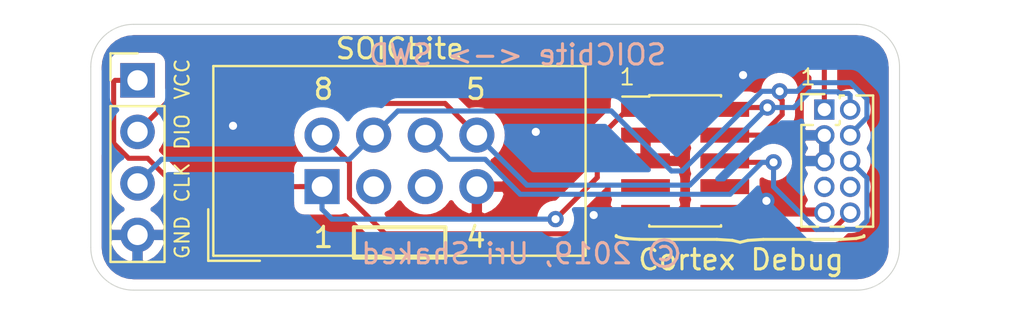
<source format=kicad_pcb>
(kicad_pcb (version 20171130) (host pcbnew "(5.1.4)-1")

  (general
    (thickness 1.6)
    (drawings 27)
    (tracks 94)
    (zones 0)
    (modules 4)
    (nets 13)
  )

  (page A4)
  (layers
    (0 F.Cu signal)
    (31 B.Cu signal)
    (32 B.Adhes user)
    (33 F.Adhes user)
    (34 B.Paste user)
    (35 F.Paste user)
    (36 B.SilkS user)
    (37 F.SilkS user)
    (38 B.Mask user)
    (39 F.Mask user)
    (40 Dwgs.User user)
    (41 Cmts.User user)
    (42 Eco1.User user)
    (43 Eco2.User user)
    (44 Edge.Cuts user)
    (45 Margin user)
    (46 B.CrtYd user)
    (47 F.CrtYd user)
    (48 B.Fab user)
    (49 F.Fab user)
  )

  (setup
    (last_trace_width 0.25)
    (trace_clearance 0.2)
    (zone_clearance 0.508)
    (zone_45_only no)
    (trace_min 0.2)
    (via_size 0.8)
    (via_drill 0.4)
    (via_min_size 0.4)
    (via_min_drill 0.3)
    (uvia_size 0.3)
    (uvia_drill 0.1)
    (uvias_allowed no)
    (uvia_min_size 0.2)
    (uvia_min_drill 0.1)
    (edge_width 0.05)
    (segment_width 0.2)
    (pcb_text_width 0.3)
    (pcb_text_size 1.5 1.5)
    (mod_edge_width 0.12)
    (mod_text_size 1 1)
    (mod_text_width 0.15)
    (pad_size 1.524 1.524)
    (pad_drill 0.762)
    (pad_to_mask_clearance 0.051)
    (solder_mask_min_width 0.25)
    (aux_axis_origin 0 0)
    (visible_elements 7FFFFFFF)
    (pcbplotparams
      (layerselection 0x010fc_ffffffff)
      (usegerberextensions false)
      (usegerberattributes false)
      (usegerberadvancedattributes false)
      (creategerberjobfile false)
      (excludeedgelayer true)
      (linewidth 0.100000)
      (plotframeref false)
      (viasonmask false)
      (mode 1)
      (useauxorigin false)
      (hpglpennumber 1)
      (hpglpenspeed 20)
      (hpglpendiameter 15.000000)
      (psnegative false)
      (psa4output false)
      (plotreference true)
      (plotvalue true)
      (plotinvisibletext false)
      (padsonsilk false)
      (subtractmaskfromsilk false)
      (outputformat 1)
      (mirror false)
      (drillshape 1)
      (scaleselection 1)
      (outputdirectory ""))
  )

  (net 0 "")
  (net 1 /NRST)
  (net 2 GND)
  (net 3 "Net-(J1-Pad8)")
  (net 4 "Net-(J1-Pad7)")
  (net 5 /SWO)
  (net 6 /SWDCLK)
  (net 7 /SWDIO)
  (net 8 VCC)
  (net 9 "Net-(J2-Pad2)")
  (net 10 "Net-(J4-Pad8)")
  (net 11 "Net-(J4-Pad7)")
  (net 12 "Net-(J2-Pad3)")

  (net_class Default "This is the default net class."
    (clearance 0.2)
    (trace_width 0.25)
    (via_dia 0.8)
    (via_drill 0.4)
    (uvia_dia 0.3)
    (uvia_drill 0.1)
    (add_net /NRST)
    (add_net /SWDCLK)
    (add_net /SWDIO)
    (add_net /SWO)
    (add_net GND)
    (add_net "Net-(J1-Pad7)")
    (add_net "Net-(J1-Pad8)")
    (add_net "Net-(J2-Pad2)")
    (add_net "Net-(J2-Pad3)")
    (add_net "Net-(J4-Pad7)")
    (add_net "Net-(J4-Pad8)")
    (add_net VCC)
  )

  (module Connector_IDC:IDC-Header_2x04_P2.54mm_Vertical (layer F.Cu) (tedit 5D907BD4) (tstamp 5D90703B)
    (at 94.68 102.1 90)
    (descr "Through hole straight IDC box header, 2x04, 2.54mm pitch, double rows")
    (tags "Through hole IDC box header THT 2x04 2.54mm double row")
    (path /5D92C59A)
    (fp_text reference J2 (at 1.27 -6.604 90) (layer F.SilkS) hide
      (effects (font (size 1 1) (thickness 0.15)))
    )
    (fp_text value "SOICBite IDC Header" (at 1.27 14.224 90) (layer F.Fab)
      (effects (font (size 1 1) (thickness 0.15)))
    )
    (fp_line (start -3.655 -5.6) (end -1.115 -5.6) (layer F.SilkS) (width 0.12))
    (fp_line (start -3.655 -5.6) (end -3.655 -3.06) (layer F.SilkS) (width 0.12))
    (fp_line (start -3.405 -5.35) (end 5.945 -5.35) (layer F.SilkS) (width 0.12))
    (fp_line (start -3.405 12.97) (end -3.405 -5.35) (layer F.SilkS) (width 0.12))
    (fp_line (start 5.945 12.97) (end -3.405 12.97) (layer F.SilkS) (width 0.12))
    (fp_line (start 5.945 -5.35) (end 5.945 12.97) (layer F.SilkS) (width 0.12))
    (fp_line (start -3.41 -5.35) (end 5.95 -5.35) (layer F.CrtYd) (width 0.05))
    (fp_line (start -3.41 12.97) (end -3.41 -5.35) (layer F.CrtYd) (width 0.05))
    (fp_line (start 5.95 12.97) (end -3.41 12.97) (layer F.CrtYd) (width 0.05))
    (fp_line (start 5.95 -5.35) (end 5.95 12.97) (layer F.CrtYd) (width 0.05))
    (fp_line (start -3.155 12.72) (end -2.605 12.16) (layer F.Fab) (width 0.1))
    (fp_line (start -3.155 -5.1) (end -2.605 -4.56) (layer F.Fab) (width 0.1))
    (fp_line (start 5.695 12.72) (end 5.145 12.16) (layer F.Fab) (width 0.1))
    (fp_line (start 5.695 -5.1) (end 5.145 -4.56) (layer F.Fab) (width 0.1))
    (fp_line (start 5.145 12.16) (end -2.605 12.16) (layer F.Fab) (width 0.1))
    (fp_line (start 5.695 12.72) (end -3.155 12.72) (layer F.Fab) (width 0.1))
    (fp_line (start 5.145 -4.56) (end -2.605 -4.56) (layer F.Fab) (width 0.1))
    (fp_line (start 5.695 -5.1) (end -3.155 -5.1) (layer F.Fab) (width 0.1))
    (fp_line (start -2.605 6.06) (end -3.155 6.06) (layer F.Fab) (width 0.1))
    (fp_line (start -2.605 1.56) (end -3.155 1.56) (layer F.Fab) (width 0.1))
    (fp_line (start -2.605 6.06) (end -2.605 12.16) (layer F.Fab) (width 0.1))
    (fp_line (start -2.605 -4.56) (end -2.605 1.56) (layer F.Fab) (width 0.1))
    (fp_line (start -3.155 -5.1) (end -3.155 12.72) (layer F.Fab) (width 0.1))
    (fp_line (start 5.145 -4.56) (end 5.145 12.16) (layer F.Fab) (width 0.1))
    (fp_line (start 5.695 -5.1) (end 5.695 12.72) (layer F.Fab) (width 0.1))
    (fp_text user %R (at 1.27 3.81 90) (layer F.Fab)
      (effects (font (size 1 1) (thickness 0.15)))
    )
    (pad 5 thru_hole oval (at 2.54 7.62 90) (size 1.7272 1.7272) (drill 1.016) (layers *.Cu *.Mask)
      (net 7 /SWDIO))
    (pad 4 thru_hole oval (at 0 7.62 90) (size 1.7272 1.7272) (drill 1.016) (layers *.Cu *.Mask)
      (net 2 GND))
    (pad 6 thru_hole oval (at 2.54 5.08 90) (size 1.7272 1.7272) (drill 1.016) (layers *.Cu *.Mask)
      (net 5 /SWO))
    (pad 3 thru_hole oval (at 0 5.08 90) (size 1.7272 1.7272) (drill 1.016) (layers *.Cu *.Mask)
      (net 12 "Net-(J2-Pad3)"))
    (pad 7 thru_hole oval (at 2.54 2.54 90) (size 1.7272 1.7272) (drill 1.016) (layers *.Cu *.Mask)
      (net 6 /SWDCLK))
    (pad 2 thru_hole oval (at 0 2.54 90) (size 1.7272 1.7272) (drill 1.016) (layers *.Cu *.Mask)
      (net 9 "Net-(J2-Pad2)"))
    (pad 8 thru_hole oval (at 2.54 0 90) (size 1.7272 1.7272) (drill 1.016) (layers *.Cu *.Mask)
      (net 1 /NRST))
    (pad 1 thru_hole rect (at 0 0 90) (size 1.7272 1.7272) (drill 1.016) (layers *.Cu *.Mask)
      (net 8 VCC))
    (model ${KISYS3DMOD}/Connector_IDC.3dshapes/IDC-Header_2x04_P2.54mm_Vertical.wrl
      (at (xyz 0 0 0))
      (scale (xyz 1 1 1))
      (rotate (xyz 0 0 0))
    )
  )

  (module Connector_PinHeader_1.27mm:PinHeader_2x05_P1.27mm_Vertical (layer F.Cu) (tedit 59FED6E3) (tstamp 5D903E84)
    (at 119.4 98.3)
    (descr "Through hole straight pin header, 2x05, 1.27mm pitch, double rows")
    (tags "Through hole pin header THT 2x05 1.27mm double row")
    (path /5D91E136)
    (fp_text reference J4 (at 0.635 -1.695) (layer F.SilkS) hide
      (effects (font (size 1 1) (thickness 0.15)))
    )
    (fp_text value Conn_ARM_JTAG_SWD_10 (at 0.635 6.775) (layer F.Fab)
      (effects (font (size 1 1) (thickness 0.15)))
    )
    (fp_text user %R (at 0.635 2.54 90) (layer F.Fab)
      (effects (font (size 1 1) (thickness 0.15)))
    )
    (fp_line (start 2.85 -1.15) (end -1.6 -1.15) (layer F.CrtYd) (width 0.05))
    (fp_line (start 2.85 6.25) (end 2.85 -1.15) (layer F.CrtYd) (width 0.05))
    (fp_line (start -1.6 6.25) (end 2.85 6.25) (layer F.CrtYd) (width 0.05))
    (fp_line (start -1.6 -1.15) (end -1.6 6.25) (layer F.CrtYd) (width 0.05))
    (fp_line (start -1.13 -0.76) (end 0 -0.76) (layer F.SilkS) (width 0.12))
    (fp_line (start -1.13 0) (end -1.13 -0.76) (layer F.SilkS) (width 0.12))
    (fp_line (start 1.57753 -0.695) (end 2.4 -0.695) (layer F.SilkS) (width 0.12))
    (fp_line (start 0.76 -0.695) (end 0.96247 -0.695) (layer F.SilkS) (width 0.12))
    (fp_line (start 0.76 -0.563471) (end 0.76 -0.695) (layer F.SilkS) (width 0.12))
    (fp_line (start 0.76 0.706529) (end 0.76 0.563471) (layer F.SilkS) (width 0.12))
    (fp_line (start 0.563471 0.76) (end 0.706529 0.76) (layer F.SilkS) (width 0.12))
    (fp_line (start -1.13 0.76) (end -0.563471 0.76) (layer F.SilkS) (width 0.12))
    (fp_line (start 2.4 -0.695) (end 2.4 5.775) (layer F.SilkS) (width 0.12))
    (fp_line (start -1.13 0.76) (end -1.13 5.775) (layer F.SilkS) (width 0.12))
    (fp_line (start 0.30753 5.775) (end 0.96247 5.775) (layer F.SilkS) (width 0.12))
    (fp_line (start 1.57753 5.775) (end 2.4 5.775) (layer F.SilkS) (width 0.12))
    (fp_line (start -1.13 5.775) (end -0.30753 5.775) (layer F.SilkS) (width 0.12))
    (fp_line (start -1.07 0.2175) (end -0.2175 -0.635) (layer F.Fab) (width 0.1))
    (fp_line (start -1.07 5.715) (end -1.07 0.2175) (layer F.Fab) (width 0.1))
    (fp_line (start 2.34 5.715) (end -1.07 5.715) (layer F.Fab) (width 0.1))
    (fp_line (start 2.34 -0.635) (end 2.34 5.715) (layer F.Fab) (width 0.1))
    (fp_line (start -0.2175 -0.635) (end 2.34 -0.635) (layer F.Fab) (width 0.1))
    (pad 10 thru_hole oval (at 1.27 5.08) (size 1 1) (drill 0.65) (layers *.Cu *.Mask)
      (net 1 /NRST))
    (pad 9 thru_hole oval (at 0 5.08) (size 1 1) (drill 0.65) (layers *.Cu *.Mask)
      (net 2 GND))
    (pad 8 thru_hole oval (at 1.27 3.81) (size 1 1) (drill 0.65) (layers *.Cu *.Mask)
      (net 10 "Net-(J4-Pad8)"))
    (pad 7 thru_hole oval (at 0 3.81) (size 1 1) (drill 0.65) (layers *.Cu *.Mask)
      (net 11 "Net-(J4-Pad7)"))
    (pad 6 thru_hole oval (at 1.27 2.54) (size 1 1) (drill 0.65) (layers *.Cu *.Mask)
      (net 5 /SWO))
    (pad 5 thru_hole oval (at 0 2.54) (size 1 1) (drill 0.65) (layers *.Cu *.Mask)
      (net 2 GND))
    (pad 4 thru_hole oval (at 1.27 1.27) (size 1 1) (drill 0.65) (layers *.Cu *.Mask)
      (net 6 /SWDCLK))
    (pad 3 thru_hole oval (at 0 1.27) (size 1 1) (drill 0.65) (layers *.Cu *.Mask)
      (net 2 GND))
    (pad 2 thru_hole oval (at 1.27 0) (size 1 1) (drill 0.65) (layers *.Cu *.Mask)
      (net 7 /SWDIO))
    (pad 1 thru_hole rect (at 0 0) (size 1 1) (drill 0.65) (layers *.Cu *.Mask)
      (net 8 VCC))
    (model ${KISYS3DMOD}/Connector_PinHeader_1.27mm.3dshapes/PinHeader_2x05_P1.27mm_Vertical.wrl
      (at (xyz 0 0 0))
      (scale (xyz 1 1 1))
      (rotate (xyz 0 0 0))
    )
  )

  (module Connector_PinHeader_2.54mm:PinHeader_1x04_P2.54mm_Vertical (layer F.Cu) (tedit 59FED5CC) (tstamp 5D903507)
    (at 85.6 96.86)
    (descr "Through hole straight pin header, 1x04, 2.54mm pitch, single row")
    (tags "Through hole pin header THT 1x04 2.54mm single row")
    (path /5D908E14)
    (fp_text reference J3 (at 0 -2.33) (layer F.SilkS) hide
      (effects (font (size 1 1) (thickness 0.15)))
    )
    (fp_text value Conn_01x04_Male (at 0 9.95) (layer F.Fab)
      (effects (font (size 1 1) (thickness 0.15)))
    )
    (fp_text user %R (at 0 3.81 90) (layer F.Fab)
      (effects (font (size 1 1) (thickness 0.15)))
    )
    (fp_line (start 1.8 -1.8) (end -1.8 -1.8) (layer F.CrtYd) (width 0.05))
    (fp_line (start 1.8 9.4) (end 1.8 -1.8) (layer F.CrtYd) (width 0.05))
    (fp_line (start -1.8 9.4) (end 1.8 9.4) (layer F.CrtYd) (width 0.05))
    (fp_line (start -1.8 -1.8) (end -1.8 9.4) (layer F.CrtYd) (width 0.05))
    (fp_line (start -1.33 -1.33) (end 0 -1.33) (layer F.SilkS) (width 0.12))
    (fp_line (start -1.33 0) (end -1.33 -1.33) (layer F.SilkS) (width 0.12))
    (fp_line (start -1.33 1.27) (end 1.33 1.27) (layer F.SilkS) (width 0.12))
    (fp_line (start 1.33 1.27) (end 1.33 8.95) (layer F.SilkS) (width 0.12))
    (fp_line (start -1.33 1.27) (end -1.33 8.95) (layer F.SilkS) (width 0.12))
    (fp_line (start -1.33 8.95) (end 1.33 8.95) (layer F.SilkS) (width 0.12))
    (fp_line (start -1.27 -0.635) (end -0.635 -1.27) (layer F.Fab) (width 0.1))
    (fp_line (start -1.27 8.89) (end -1.27 -0.635) (layer F.Fab) (width 0.1))
    (fp_line (start 1.27 8.89) (end -1.27 8.89) (layer F.Fab) (width 0.1))
    (fp_line (start 1.27 -1.27) (end 1.27 8.89) (layer F.Fab) (width 0.1))
    (fp_line (start -0.635 -1.27) (end 1.27 -1.27) (layer F.Fab) (width 0.1))
    (pad 4 thru_hole oval (at 0 7.62) (size 1.7 1.7) (drill 1) (layers *.Cu *.Mask)
      (net 2 GND))
    (pad 3 thru_hole oval (at 0 5.08) (size 1.7 1.7) (drill 1) (layers *.Cu *.Mask)
      (net 6 /SWDCLK))
    (pad 2 thru_hole oval (at 0 2.54) (size 1.7 1.7) (drill 1) (layers *.Cu *.Mask)
      (net 7 /SWDIO))
    (pad 1 thru_hole rect (at 0 0) (size 1.7 1.7) (drill 1) (layers *.Cu *.Mask)
      (net 8 VCC))
    (model ${KISYS3DMOD}/Connector_PinHeader_2.54mm.3dshapes/PinHeader_1x04_P2.54mm_Vertical.wrl
      (at (xyz 0 0 0))
      (scale (xyz 1 1 1))
      (rotate (xyz 0 0 0))
    )
  )

  (module Connector_PinHeader_1.27mm:PinHeader_2x05_P1.27mm_Vertical_SMD (layer F.Cu) (tedit 59FED6E3) (tstamp 5D903478)
    (at 112.55 100.83)
    (descr "surface-mounted straight pin header, 2x05, 1.27mm pitch, double rows")
    (tags "Surface mounted pin header SMD 2x05 1.27mm double row")
    (path /5D90377C)
    (attr smd)
    (fp_text reference J1 (at 0 -4.235) (layer F.SilkS) hide
      (effects (font (size 1 1) (thickness 0.15)))
    )
    (fp_text value Conn_ARM_JTAG_SWD_10 (at 0 4.235) (layer F.Fab)
      (effects (font (size 1 1) (thickness 0.15)))
    )
    (fp_text user %R (at 0 0 90) (layer F.Fab)
      (effects (font (size 1 1) (thickness 0.15)))
    )
    (fp_line (start 4.3 -3.7) (end -4.3 -3.7) (layer F.CrtYd) (width 0.05))
    (fp_line (start 4.3 3.7) (end 4.3 -3.7) (layer F.CrtYd) (width 0.05))
    (fp_line (start -4.3 3.7) (end 4.3 3.7) (layer F.CrtYd) (width 0.05))
    (fp_line (start -4.3 -3.7) (end -4.3 3.7) (layer F.CrtYd) (width 0.05))
    (fp_line (start 1.765 3.17) (end 1.765 3.235) (layer F.SilkS) (width 0.12))
    (fp_line (start -1.765 3.17) (end -1.765 3.235) (layer F.SilkS) (width 0.12))
    (fp_line (start 1.765 -3.235) (end 1.765 -3.17) (layer F.SilkS) (width 0.12))
    (fp_line (start -1.765 -3.235) (end -1.765 -3.17) (layer F.SilkS) (width 0.12))
    (fp_line (start -3.09 -3.17) (end -1.765 -3.17) (layer F.SilkS) (width 0.12))
    (fp_line (start -1.765 3.235) (end 1.765 3.235) (layer F.SilkS) (width 0.12))
    (fp_line (start -1.765 -3.235) (end 1.765 -3.235) (layer F.SilkS) (width 0.12))
    (fp_line (start 2.75 2.74) (end 1.705 2.74) (layer F.Fab) (width 0.1))
    (fp_line (start 2.75 2.34) (end 2.75 2.74) (layer F.Fab) (width 0.1))
    (fp_line (start 1.705 2.34) (end 2.75 2.34) (layer F.Fab) (width 0.1))
    (fp_line (start -2.75 2.74) (end -1.705 2.74) (layer F.Fab) (width 0.1))
    (fp_line (start -2.75 2.34) (end -2.75 2.74) (layer F.Fab) (width 0.1))
    (fp_line (start -1.705 2.34) (end -2.75 2.34) (layer F.Fab) (width 0.1))
    (fp_line (start 2.75 1.47) (end 1.705 1.47) (layer F.Fab) (width 0.1))
    (fp_line (start 2.75 1.07) (end 2.75 1.47) (layer F.Fab) (width 0.1))
    (fp_line (start 1.705 1.07) (end 2.75 1.07) (layer F.Fab) (width 0.1))
    (fp_line (start -2.75 1.47) (end -1.705 1.47) (layer F.Fab) (width 0.1))
    (fp_line (start -2.75 1.07) (end -2.75 1.47) (layer F.Fab) (width 0.1))
    (fp_line (start -1.705 1.07) (end -2.75 1.07) (layer F.Fab) (width 0.1))
    (fp_line (start 2.75 0.2) (end 1.705 0.2) (layer F.Fab) (width 0.1))
    (fp_line (start 2.75 -0.2) (end 2.75 0.2) (layer F.Fab) (width 0.1))
    (fp_line (start 1.705 -0.2) (end 2.75 -0.2) (layer F.Fab) (width 0.1))
    (fp_line (start -2.75 0.2) (end -1.705 0.2) (layer F.Fab) (width 0.1))
    (fp_line (start -2.75 -0.2) (end -2.75 0.2) (layer F.Fab) (width 0.1))
    (fp_line (start -1.705 -0.2) (end -2.75 -0.2) (layer F.Fab) (width 0.1))
    (fp_line (start 2.75 -1.07) (end 1.705 -1.07) (layer F.Fab) (width 0.1))
    (fp_line (start 2.75 -1.47) (end 2.75 -1.07) (layer F.Fab) (width 0.1))
    (fp_line (start 1.705 -1.47) (end 2.75 -1.47) (layer F.Fab) (width 0.1))
    (fp_line (start -2.75 -1.07) (end -1.705 -1.07) (layer F.Fab) (width 0.1))
    (fp_line (start -2.75 -1.47) (end -2.75 -1.07) (layer F.Fab) (width 0.1))
    (fp_line (start -1.705 -1.47) (end -2.75 -1.47) (layer F.Fab) (width 0.1))
    (fp_line (start 2.75 -2.34) (end 1.705 -2.34) (layer F.Fab) (width 0.1))
    (fp_line (start 2.75 -2.74) (end 2.75 -2.34) (layer F.Fab) (width 0.1))
    (fp_line (start 1.705 -2.74) (end 2.75 -2.74) (layer F.Fab) (width 0.1))
    (fp_line (start -2.75 -2.34) (end -1.705 -2.34) (layer F.Fab) (width 0.1))
    (fp_line (start -2.75 -2.74) (end -2.75 -2.34) (layer F.Fab) (width 0.1))
    (fp_line (start -1.705 -2.74) (end -2.75 -2.74) (layer F.Fab) (width 0.1))
    (fp_line (start 1.705 -3.175) (end 1.705 3.175) (layer F.Fab) (width 0.1))
    (fp_line (start -1.705 -2.74) (end -1.27 -3.175) (layer F.Fab) (width 0.1))
    (fp_line (start -1.705 3.175) (end -1.705 -2.74) (layer F.Fab) (width 0.1))
    (fp_line (start -1.27 -3.175) (end 1.705 -3.175) (layer F.Fab) (width 0.1))
    (fp_line (start 1.705 3.175) (end -1.705 3.175) (layer F.Fab) (width 0.1))
    (pad 10 smd rect (at 1.95 2.54) (size 2.4 0.74) (layers F.Cu F.Paste F.Mask)
      (net 1 /NRST))
    (pad 9 smd rect (at -1.95 2.54) (size 2.4 0.74) (layers F.Cu F.Paste F.Mask)
      (net 2 GND))
    (pad 8 smd rect (at 1.95 1.27) (size 2.4 0.74) (layers F.Cu F.Paste F.Mask)
      (net 3 "Net-(J1-Pad8)"))
    (pad 7 smd rect (at -1.95 1.27) (size 2.4 0.74) (layers F.Cu F.Paste F.Mask)
      (net 4 "Net-(J1-Pad7)"))
    (pad 6 smd rect (at 1.95 0) (size 2.4 0.74) (layers F.Cu F.Paste F.Mask)
      (net 5 /SWO))
    (pad 5 smd rect (at -1.95 0) (size 2.4 0.74) (layers F.Cu F.Paste F.Mask)
      (net 2 GND))
    (pad 4 smd rect (at 1.95 -1.27) (size 2.4 0.74) (layers F.Cu F.Paste F.Mask)
      (net 6 /SWDCLK))
    (pad 3 smd rect (at -1.95 -1.27) (size 2.4 0.74) (layers F.Cu F.Paste F.Mask)
      (net 2 GND))
    (pad 2 smd rect (at 1.95 -2.54) (size 2.4 0.74) (layers F.Cu F.Paste F.Mask)
      (net 7 /SWDIO))
    (pad 1 smd rect (at -1.95 -2.54) (size 2.4 0.74) (layers F.Cu F.Paste F.Mask)
      (net 8 VCC))
    (model ${KISYS3DMOD}/Connector_PinHeader_1.27mm.3dshapes/PinHeader_2x05_P1.27mm_Vertical_SMD.wrl
      (at (xyz 0 0 0))
      (scale (xyz 1 1 1))
      (rotate (xyz 0 0 0))
    )
  )

  (gr_text SOICbite (at 98.5 95.3) (layer F.SilkS) (tstamp 5D907F53)
    (effects (font (size 1 1) (thickness 0.15)))
  )
  (gr_text 5 (at 102.25 97.3) (layer F.SilkS) (tstamp 5D907E15)
    (effects (font (size 1 1) (thickness 0.15)))
  )
  (gr_text 8 (at 94.75 97.3) (layer F.SilkS) (tstamp 5D907DC1)
    (effects (font (size 1 1) (thickness 0.15)))
  )
  (gr_line (start 100.75 105.6) (end 100.75 104.1) (layer F.SilkS) (width 0.2) (tstamp 5D907937))
  (gr_line (start 96.25 105.6) (end 100.75 105.6) (layer F.SilkS) (width 0.2) (tstamp 5D90786E))
  (gr_line (start 96.25 105.6) (end 96.25 104.1) (layer F.SilkS) (width 0.2))
  (gr_line (start 96.25 104.1) (end 100.75 104.1) (layer F.SilkS) (width 0.2))
  (gr_text GND (at 87.8 104.6 90) (layer F.SilkS) (tstamp 5D90754B)
    (effects (font (size 0.7 0.7) (thickness 0.1)))
  )
  (gr_text CLK (at 87.8 101.9 90) (layer F.SilkS) (tstamp 5D907548)
    (effects (font (size 0.7 0.7) (thickness 0.1)))
  )
  (gr_text 4 (at 102.25 104.6) (layer F.SilkS) (tstamp 5D907540)
    (effects (font (size 1 1) (thickness 0.15)))
  )
  (gr_text } (at 115.9 104.7 270) (layer F.SilkS)
    (effects (font (size 8 1) (thickness 0.15)))
  )
  (gr_arc (start 85.4 105.1) (end 83.3 105.1) (angle -90) (layer Edge.Cuts) (width 0.05) (tstamp 5D906B60))
  (gr_text 1 (at 118.6 96.7) (layer F.SilkS) (tstamp 5D906A43)
    (effects (font (size 0.8 0.8) (thickness 0.1)))
  )
  (gr_text 1 (at 109.7 96.7) (layer F.SilkS)
    (effects (font (size 0.8 0.8) (thickness 0.1)))
  )
  (gr_text 1 (at 94.75 104.6) (layer F.SilkS) (tstamp 5D90803F)
    (effects (font (size 1 1) (thickness 0.15)))
  )
  (gr_text "Cortex Debug" (at 115.3 105.7) (layer F.SilkS)
    (effects (font (size 1 1) (thickness 0.15)))
  )
  (gr_text "© 2019, Uri Shaked" (at 104.5 105.4) (layer B.SilkS) (tstamp 5D907EB4)
    (effects (font (size 1 1) (thickness 0.15)) (justify mirror))
  )
  (gr_text "SOICbite <-> SWD" (at 104.3 95.6) (layer B.SilkS) (tstamp 5D903C50)
    (effects (font (size 1 1) (thickness 0.15)) (justify mirror))
  )
  (gr_line (start 123.1 96.2) (end 123.1 105.1) (layer Edge.Cuts) (width 0.05) (tstamp 5D9039B1))
  (gr_arc (start 121 105.1) (end 121 107.2) (angle -90) (layer Edge.Cuts) (width 0.05) (tstamp 5D9039A7))
  (gr_arc (start 121 96.2) (end 123.1 96.2) (angle -90) (layer Edge.Cuts) (width 0.05) (tstamp 5D9039A2))
  (gr_line (start 83.3 96.2) (end 83.3 105.1) (layer Edge.Cuts) (width 0.05))
  (gr_line (start 85.4 107.2) (end 121 107.2) (layer Edge.Cuts) (width 0.05) (tstamp 5D903990))
  (gr_arc (start 85.4 96.2) (end 85.4 94.1) (angle -90) (layer Edge.Cuts) (width 0.05))
  (gr_line (start 85.4 94.1) (end 121 94.1) (layer Edge.Cuts) (width 0.05) (tstamp 5D903AC5))
  (gr_text DIO (at 87.8 99.4 90) (layer F.SilkS) (tstamp 5D903652)
    (effects (font (size 0.7 0.7) (thickness 0.1)))
  )
  (gr_text VCC (at 87.8 96.8 90) (layer F.SilkS)
    (effects (font (size 0.7 0.7) (thickness 0.1)))
  )

  (segment (start 119.844999 104.205001) (end 120.67 103.38) (width 0.25) (layer F.Cu) (net 1) (status 20))
  (segment (start 116.785001 104.205001) (end 119.844999 104.205001) (width 0.25) (layer F.Cu) (net 1))
  (segment (start 115.95 103.37) (end 116.785001 104.205001) (width 0.25) (layer F.Cu) (net 1))
  (segment (start 114.5 103.37) (end 115.95 103.37) (width 0.25) (layer F.Cu) (net 1) (status 10))
  (segment (start 114.5 103.37) (end 113.67 103.37) (width 0.25) (layer F.Cu) (net 1) (status 30))
  (segment (start 94.68 99.56) (end 96.031399 100.911399) (width 0.25) (layer F.Cu) (net 1) (status 10))
  (segment (start 96.031399 102.670529) (end 96.031399 100.911399) (width 0.25) (layer F.Cu) (net 1))
  (segment (start 97.785871 104.425001) (end 96.031399 102.670529) (width 0.25) (layer F.Cu) (net 1))
  (segment (start 114.064999 104.425001) (end 97.785871 104.425001) (width 0.25) (layer F.Cu) (net 1))
  (segment (start 114.5 103.99) (end 114.064999 104.425001) (width 0.25) (layer F.Cu) (net 1))
  (segment (start 114.5 103.37) (end 114.5 103.99) (width 0.25) (layer F.Cu) (net 1))
  (segment (start 112.05 103.37) (end 112.125001 103.294999) (width 0.25) (layer F.Cu) (net 2))
  (segment (start 110.6 103.37) (end 112.05 103.37) (width 0.25) (layer F.Cu) (net 2) (status 10))
  (via (at 115.4 96.6) (size 0.8) (drill 0.4) (layers F.Cu B.Cu) (net 2))
  (via (at 105.2 99.4) (size 0.8) (drill 0.4) (layers F.Cu B.Cu) (net 2))
  (via (at 90.3 99.1) (size 0.8) (drill 0.4) (layers F.Cu B.Cu) (net 2))
  (via (at 116.55 102.8) (size 0.8) (drill 0.4) (layers F.Cu B.Cu) (net 2))
  (via (at 108.05 103.5) (size 0.8) (drill 0.4) (layers F.Cu B.Cu) (net 2))
  (segment (start 119.003999 104.205001) (end 116.9 102.101002) (width 0.25) (layer B.Cu) (net 5))
  (segment (start 121.066001 104.205001) (end 119.003999 104.205001) (width 0.25) (layer B.Cu) (net 5))
  (segment (start 121.495001 103.776001) (end 121.066001 104.205001) (width 0.25) (layer B.Cu) (net 5))
  (segment (start 120.67 100.84) (end 121.495001 101.665001) (width 0.25) (layer B.Cu) (net 5) (status 10))
  (segment (start 121.495001 101.665001) (end 121.495001 103.776001) (width 0.25) (layer B.Cu) (net 5))
  (via (at 116.9 100.9) (size 0.8) (drill 0.4) (layers F.Cu B.Cu) (net 5))
  (segment (start 116.9 102.101002) (end 116.9 100.9) (width 0.25) (layer B.Cu) (net 5))
  (segment (start 114.57 100.9) (end 114.5 100.83) (width 0.25) (layer F.Cu) (net 5) (status 30))
  (segment (start 116.9 100.9) (end 114.57 100.9) (width 0.25) (layer F.Cu) (net 5) (status 20))
  (segment (start 100.948601 100.748601) (end 99.76 99.56) (width 0.25) (layer B.Cu) (net 5) (status 20))
  (segment (start 102.707731 100.748601) (end 100.948601 100.748601) (width 0.25) (layer B.Cu) (net 5))
  (segment (start 104.434141 102.475011) (end 102.707731 100.748601) (width 0.25) (layer B.Cu) (net 5))
  (segment (start 114.759304 102.475011) (end 104.434141 102.475011) (width 0.25) (layer B.Cu) (net 5))
  (segment (start 116.334315 100.9) (end 114.759304 102.475011) (width 0.25) (layer B.Cu) (net 5))
  (segment (start 116.9 100.9) (end 116.334315 100.9) (width 0.25) (layer B.Cu) (net 5))
  (via (at 117.2 97.4) (size 0.8) (drill 0.4) (layers F.Cu B.Cu) (net 6))
  (segment (start 116.313002 99.56) (end 114.5 99.56) (width 0.25) (layer F.Cu) (net 6) (status 20))
  (segment (start 117.325001 98.548001) (end 116.313002 99.56) (width 0.25) (layer F.Cu) (net 6))
  (segment (start 117.325001 97.851999) (end 117.325001 98.548001) (width 0.25) (layer F.Cu) (net 6))
  (segment (start 117.1 97.626998) (end 117.325001 97.851999) (width 0.25) (layer F.Cu) (net 6))
  (segment (start 121.495001 97.781485) (end 120.688507 96.974991) (width 0.25) (layer B.Cu) (net 6))
  (segment (start 121.495001 98.696001) (end 121.495001 97.781485) (width 0.25) (layer B.Cu) (net 6))
  (segment (start 120.67 99.521002) (end 121.495001 98.696001) (width 0.25) (layer B.Cu) (net 6) (status 10))
  (segment (start 120.67 99.57) (end 120.67 99.521002) (width 0.25) (layer B.Cu) (net 6) (status 30))
  (segment (start 118.06359 97.4) (end 117.2 97.4) (width 0.25) (layer B.Cu) (net 6))
  (segment (start 118.488599 96.974991) (end 118.06359 97.4) (width 0.25) (layer B.Cu) (net 6))
  (segment (start 120.688507 96.974991) (end 118.488599 96.974991) (width 0.25) (layer B.Cu) (net 6))
  (segment (start 116.326998 97.4) (end 112.4 101.326998) (width 0.25) (layer B.Cu) (net 6))
  (segment (start 117.2 97.4) (end 116.326998 97.4) (width 0.25) (layer B.Cu) (net 6))
  (segment (start 98.408601 98.371399) (end 97.22 99.56) (width 0.25) (layer B.Cu) (net 6) (status 20))
  (segment (start 108.917403 98.371399) (end 98.408601 98.371399) (width 0.25) (layer B.Cu) (net 6))
  (segment (start 111.873002 101.326998) (end 108.917403 98.371399) (width 0.25) (layer B.Cu) (net 6))
  (segment (start 112.4 101.326998) (end 111.873002 101.326998) (width 0.25) (layer B.Cu) (net 6))
  (segment (start 86.791399 100.748601) (end 85.6 101.94) (width 0.25) (layer B.Cu) (net 6) (status 20))
  (segment (start 96.031399 100.748601) (end 86.791399 100.748601) (width 0.25) (layer B.Cu) (net 6))
  (segment (start 97.22 99.56) (end 96.031399 100.748601) (width 0.25) (layer B.Cu) (net 6) (status 10))
  (segment (start 120.67 98.3) (end 120.67 97.592894) (width 0.25) (layer B.Cu) (net 7) (status 10))
  (via (at 116.6 98.2) (size 0.8) (drill 0.4) (layers F.Cu B.Cu) (net 7))
  (segment (start 116.8 98.2) (end 116.6 98.2) (width 0.25) (layer B.Cu) (net 7))
  (segment (start 114.59 98.2) (end 114.5 98.29) (width 0.25) (layer F.Cu) (net 7) (status 30))
  (segment (start 116.6 98.2) (end 114.59 98.2) (width 0.25) (layer F.Cu) (net 7) (status 20))
  (segment (start 120.052105 97.425001) (end 118.674999 97.425001) (width 0.25) (layer B.Cu) (net 7))
  (segment (start 117.9 98.2) (end 116.6 98.2) (width 0.25) (layer B.Cu) (net 7))
  (segment (start 118.674999 97.425001) (end 117.9 98.2) (width 0.25) (layer B.Cu) (net 7))
  (segment (start 120.67 97.592894) (end 120.577106 97.5) (width 0.25) (layer B.Cu) (net 7))
  (segment (start 120.127104 97.5) (end 120.052105 97.425001) (width 0.25) (layer B.Cu) (net 7))
  (segment (start 120.577106 97.5) (end 120.127104 97.5) (width 0.25) (layer B.Cu) (net 7))
  (segment (start 112.774999 102.025001) (end 116.6 98.2) (width 0.25) (layer B.Cu) (net 7))
  (segment (start 104.765001 102.025001) (end 112.774999 102.025001) (width 0.25) (layer B.Cu) (net 7))
  (segment (start 102.3 99.56) (end 104.765001 102.025001) (width 0.25) (layer B.Cu) (net 7) (status 10))
  (segment (start 86.449999 98.550001) (end 85.6 99.4) (width 0.25) (layer F.Cu) (net 7))
  (segment (start 87 98) (end 86.449999 98.550001) (width 0.25) (layer F.Cu) (net 7))
  (segment (start 100.74 98) (end 87 98) (width 0.25) (layer F.Cu) (net 7))
  (segment (start 102.3 99.56) (end 100.74 98) (width 0.25) (layer F.Cu) (net 7))
  (segment (start 119.4 98.3) (end 119.4 96.101998) (width 0.25) (layer F.Cu) (net 8) (status 10))
  (segment (start 112.05 98.29) (end 110.6 98.29) (width 0.25) (layer F.Cu) (net 8) (status 20))
  (segment (start 114.765001 95.574999) (end 112.05 98.29) (width 0.25) (layer F.Cu) (net 8))
  (segment (start 118.548001 95.574999) (end 114.765001 95.574999) (width 0.25) (layer F.Cu) (net 8))
  (segment (start 119.075 96.101998) (end 118.548001 95.574999) (width 0.25) (layer F.Cu) (net 8))
  (segment (start 119.4 96.101998) (end 119.075 96.101998) (width 0.25) (layer F.Cu) (net 8))
  (segment (start 93.5664 102.1) (end 94.68 102.1) (width 0.25) (layer F.Cu) (net 8) (status 20))
  (segment (start 84.5 96.86) (end 85.6 96.86) (width 0.25) (layer F.Cu) (net 8))
  (segment (start 84.424999 96.935001) (end 84.5 96.86) (width 0.25) (layer F.Cu) (net 8))
  (segment (start 84.424999 99.964001) (end 84.424999 96.935001) (width 0.25) (layer F.Cu) (net 8))
  (segment (start 85.160998 100.7) (end 84.424999 99.964001) (width 0.25) (layer F.Cu) (net 8))
  (segment (start 86.099002 100.7) (end 85.160998 100.7) (width 0.25) (layer F.Cu) (net 8))
  (segment (start 87.499002 102.1) (end 86.099002 100.7) (width 0.25) (layer F.Cu) (net 8))
  (segment (start 94.68 102.1) (end 87.499002 102.1) (width 0.25) (layer F.Cu) (net 8))
  (segment (start 108.225001 101.648001) (end 106.173002 103.7) (width 0.25) (layer F.Cu) (net 8))
  (segment (start 108.225001 99.779997) (end 108.225001 101.648001) (width 0.25) (layer F.Cu) (net 8))
  (segment (start 110.6 98.29) (end 109.714998 98.29) (width 0.25) (layer F.Cu) (net 8))
  (segment (start 109.714998 98.29) (end 108.225001 99.779997) (width 0.25) (layer F.Cu) (net 8))
  (via (at 106.173002 103.7) (size 0.8) (drill 0.4) (layers F.Cu B.Cu) (net 8))
  (segment (start 94.68 103.2136) (end 94.68 102.1) (width 0.25) (layer B.Cu) (net 8))
  (segment (start 95.1664 103.7) (end 94.68 103.2136) (width 0.25) (layer B.Cu) (net 8))
  (segment (start 106.173002 103.7) (end 95.1664 103.7) (width 0.25) (layer B.Cu) (net 8))

  (zone (net 2) (net_name GND) (layer F.Cu) (tstamp 0) (hatch edge 0.508)
    (connect_pads (clearance 0.508))
    (min_thickness 0.254)
    (fill yes (arc_segments 32) (thermal_gap 0.508) (thermal_bridge_width 0.508))
    (polygon
      (pts
        (xy 82.7 93.2) (xy 124 93.3) (xy 123.8 108.6) (xy 82.8 108.1)
      )
    )
    (filled_polygon
      (pts
        (xy 121.279081 94.790529) (xy 121.547538 94.871581) (xy 121.79513 95.003227) (xy 122.012443 95.180463) (xy 122.191189 95.396531)
        (xy 122.324566 95.643205) (xy 122.407489 95.911087) (xy 122.44 96.22041) (xy 122.440001 105.067712) (xy 122.409471 105.379083)
        (xy 122.32842 105.647536) (xy 122.196773 105.895129) (xy 122.019534 106.112445) (xy 121.803471 106.291188) (xy 121.556795 106.424566)
        (xy 121.288913 106.507489) (xy 120.979591 106.54) (xy 85.432278 106.54) (xy 85.120917 106.509471) (xy 84.852464 106.42842)
        (xy 84.604871 106.296773) (xy 84.387555 106.119534) (xy 84.208812 105.903471) (xy 84.075434 105.656795) (xy 83.992511 105.388913)
        (xy 83.96 105.079591) (xy 83.96 104.83689) (xy 84.158524 104.83689) (xy 84.203175 104.984099) (xy 84.328359 105.24692)
        (xy 84.502412 105.480269) (xy 84.718645 105.675178) (xy 84.968748 105.824157) (xy 85.243109 105.921481) (xy 85.473 105.800814)
        (xy 85.473 104.607) (xy 85.727 104.607) (xy 85.727 105.800814) (xy 85.956891 105.921481) (xy 86.231252 105.824157)
        (xy 86.481355 105.675178) (xy 86.697588 105.480269) (xy 86.871641 105.24692) (xy 86.996825 104.984099) (xy 87.041476 104.83689)
        (xy 86.920155 104.607) (xy 85.727 104.607) (xy 85.473 104.607) (xy 84.279845 104.607) (xy 84.158524 104.83689)
        (xy 83.96 104.83689) (xy 83.96 100.573803) (xy 84.421448 101.035251) (xy 84.359294 101.110986) (xy 84.221401 101.368966)
        (xy 84.136487 101.648889) (xy 84.107815 101.94) (xy 84.136487 102.231111) (xy 84.221401 102.511034) (xy 84.359294 102.769014)
        (xy 84.544866 102.995134) (xy 84.770986 103.180706) (xy 84.835523 103.215201) (xy 84.718645 103.284822) (xy 84.502412 103.479731)
        (xy 84.328359 103.71308) (xy 84.203175 103.975901) (xy 84.158524 104.12311) (xy 84.279845 104.353) (xy 85.473 104.353)
        (xy 85.473 104.333) (xy 85.727 104.333) (xy 85.727 104.353) (xy 86.920155 104.353) (xy 87.041476 104.12311)
        (xy 86.996825 103.975901) (xy 86.871641 103.71308) (xy 86.697588 103.479731) (xy 86.481355 103.284822) (xy 86.364477 103.215201)
        (xy 86.429014 103.180706) (xy 86.655134 102.995134) (xy 86.840706 102.769014) (xy 86.928661 102.604461) (xy 86.935203 102.611003)
        (xy 86.959001 102.640001) (xy 86.987999 102.663799) (xy 87.074725 102.734974) (xy 87.138409 102.769014) (xy 87.206755 102.805546)
        (xy 87.350016 102.849003) (xy 87.461669 102.86) (xy 87.461679 102.86) (xy 87.499002 102.863676) (xy 87.536324 102.86)
        (xy 93.178328 102.86) (xy 93.178328 102.9636) (xy 93.190588 103.088082) (xy 93.226898 103.20778) (xy 93.285863 103.318094)
        (xy 93.365215 103.414785) (xy 93.461906 103.494137) (xy 93.57222 103.553102) (xy 93.691918 103.589412) (xy 93.8164 103.601672)
        (xy 95.5436 103.601672) (xy 95.668082 103.589412) (xy 95.78778 103.553102) (xy 95.82127 103.535201) (xy 97.222072 104.936004)
        (xy 97.24587 104.965002) (xy 97.274868 104.9888) (xy 97.361594 105.059975) (xy 97.459608 105.112365) (xy 97.493624 105.130547)
        (xy 97.636885 105.174004) (xy 97.748538 105.185001) (xy 97.748547 105.185001) (xy 97.78587 105.188677) (xy 97.823193 105.185001)
        (xy 114.027677 105.185001) (xy 114.064999 105.188677) (xy 114.102321 105.185001) (xy 114.102332 105.185001) (xy 114.213985 105.174004)
        (xy 114.357246 105.130547) (xy 114.489275 105.059975) (xy 114.605 104.965002) (xy 114.628803 104.935998) (xy 115.010997 104.553804)
        (xy 115.040001 104.530001) (xy 115.134974 104.414276) (xy 115.154326 104.378072) (xy 115.7 104.378072) (xy 115.824482 104.365812)
        (xy 115.860181 104.354983) (xy 116.221202 104.716003) (xy 116.245 104.745002) (xy 116.360725 104.839975) (xy 116.492754 104.910547)
        (xy 116.636015 104.954004) (xy 116.747668 104.965001) (xy 116.747676 104.965001) (xy 116.785001 104.968677) (xy 116.822326 104.965001)
        (xy 119.807677 104.965001) (xy 119.844999 104.968677) (xy 119.882321 104.965001) (xy 119.882332 104.965001) (xy 119.993985 104.954004)
        (xy 120.137246 104.910547) (xy 120.269275 104.839975) (xy 120.385 104.745002) (xy 120.408802 104.715999) (xy 120.6102 104.514601)
        (xy 120.614248 104.515) (xy 120.725752 104.515) (xy 120.892499 104.498577) (xy 121.106447 104.433676) (xy 121.303623 104.328284)
        (xy 121.476449 104.186449) (xy 121.618284 104.013623) (xy 121.723676 103.816447) (xy 121.788577 103.602499) (xy 121.810491 103.38)
        (xy 121.788577 103.157501) (xy 121.723676 102.943553) (xy 121.618284 102.746377) (xy 121.617154 102.745) (xy 121.618284 102.743623)
        (xy 121.723676 102.546447) (xy 121.788577 102.332499) (xy 121.810491 102.11) (xy 121.788577 101.887501) (xy 121.723676 101.673553)
        (xy 121.618284 101.476377) (xy 121.617154 101.475) (xy 121.618284 101.473623) (xy 121.723676 101.276447) (xy 121.788577 101.062499)
        (xy 121.810491 100.84) (xy 121.788577 100.617501) (xy 121.723676 100.403553) (xy 121.618284 100.206377) (xy 121.617154 100.205)
        (xy 121.618284 100.203623) (xy 121.723676 100.006447) (xy 121.788577 99.792499) (xy 121.810491 99.57) (xy 121.788577 99.347501)
        (xy 121.723676 99.133553) (xy 121.618284 98.936377) (xy 121.617154 98.935) (xy 121.618284 98.933623) (xy 121.723676 98.736447)
        (xy 121.788577 98.522499) (xy 121.810491 98.3) (xy 121.788577 98.077501) (xy 121.723676 97.863553) (xy 121.618284 97.666377)
        (xy 121.476449 97.493551) (xy 121.303623 97.351716) (xy 121.106447 97.246324) (xy 120.892499 97.181423) (xy 120.725752 97.165)
        (xy 120.614248 97.165) (xy 120.447501 97.181423) (xy 120.233553 97.246324) (xy 120.222379 97.252297) (xy 120.16 97.218954)
        (xy 120.16 96.139331) (xy 120.163677 96.101998) (xy 120.159249 96.057035) (xy 120.149003 95.953012) (xy 120.105546 95.809751)
        (xy 120.034974 95.677722) (xy 119.940001 95.561997) (xy 119.824276 95.467024) (xy 119.692247 95.396452) (xy 119.548986 95.352995)
        (xy 119.4 95.338321) (xy 119.387369 95.339565) (xy 119.111804 95.064001) (xy 119.088002 95.034998) (xy 118.972277 94.940025)
        (xy 118.840248 94.869453) (xy 118.696987 94.825996) (xy 118.585334 94.814999) (xy 118.585323 94.814999) (xy 118.548001 94.811323)
        (xy 118.510679 94.814999) (xy 114.802323 94.814999) (xy 114.765 94.811323) (xy 114.727677 94.814999) (xy 114.727668 94.814999)
        (xy 114.616015 94.825996) (xy 114.472754 94.869453) (xy 114.340725 94.940025) (xy 114.225 95.034998) (xy 114.201202 95.063996)
        (xy 111.960182 97.305017) (xy 111.924482 97.294188) (xy 111.8 97.281928) (xy 109.4 97.281928) (xy 109.275518 97.294188)
        (xy 109.15582 97.330498) (xy 109.045506 97.389463) (xy 108.948815 97.468815) (xy 108.869463 97.565506) (xy 108.810498 97.67582)
        (xy 108.774188 97.795518) (xy 108.761928 97.92) (xy 108.761928 98.168268) (xy 107.714004 99.216193) (xy 107.685 99.239996)
        (xy 107.656889 99.27425) (xy 107.590027 99.355721) (xy 107.54872 99.433) (xy 107.519455 99.487751) (xy 107.475998 99.631012)
        (xy 107.465001 99.742665) (xy 107.465001 99.742675) (xy 107.461325 99.779997) (xy 107.465001 99.81732) (xy 107.465002 101.333198)
        (xy 106.133201 102.665) (xy 106.071063 102.665) (xy 105.871104 102.704774) (xy 105.682746 102.782795) (xy 105.513228 102.896063)
        (xy 105.369065 103.040226) (xy 105.255797 103.209744) (xy 105.177776 103.398102) (xy 105.138002 103.598061) (xy 105.138002 103.665001)
        (xy 98.100673 103.665001) (xy 97.881394 103.445722) (xy 98.056606 103.352069) (xy 98.284797 103.164797) (xy 98.472069 102.936606)
        (xy 98.49 102.90306) (xy 98.507931 102.936606) (xy 98.695203 103.164797) (xy 98.923394 103.352069) (xy 99.183736 103.491225)
        (xy 99.466223 103.576916) (xy 99.686381 103.5986) (xy 99.833619 103.5986) (xy 100.053777 103.576916) (xy 100.336264 103.491225)
        (xy 100.596606 103.352069) (xy 100.824797 103.164797) (xy 101.012069 102.936606) (xy 101.035863 102.89209) (xy 101.093183 102.988488)
        (xy 101.289707 103.206854) (xy 101.525056 103.382684) (xy 101.790186 103.509222) (xy 101.940974 103.554958) (xy 102.173 103.433817)
        (xy 102.173 102.227) (xy 102.427 102.227) (xy 102.427 103.433817) (xy 102.659026 103.554958) (xy 102.809814 103.509222)
        (xy 103.074944 103.382684) (xy 103.310293 103.206854) (xy 103.506817 102.988488) (xy 103.656964 102.735978) (xy 103.754963 102.459027)
        (xy 103.634464 102.227) (xy 102.427 102.227) (xy 102.173 102.227) (xy 102.153 102.227) (xy 102.153 101.973)
        (xy 102.173 101.973) (xy 102.173 101.953) (xy 102.427 101.953) (xy 102.427 101.973) (xy 103.634464 101.973)
        (xy 103.754963 101.740973) (xy 103.656964 101.464022) (xy 103.506817 101.211512) (xy 103.310293 100.993146) (xy 103.096567 100.83347)
        (xy 103.136606 100.812069) (xy 103.364797 100.624797) (xy 103.552069 100.396606) (xy 103.691225 100.136264) (xy 103.776916 99.853777)
        (xy 103.805851 99.56) (xy 103.776916 99.266223) (xy 103.691225 98.983736) (xy 103.552069 98.723394) (xy 103.364797 98.495203)
        (xy 103.136606 98.307931) (xy 102.876264 98.168775) (xy 102.593777 98.083084) (xy 102.373619 98.0614) (xy 102.226381 98.0614)
        (xy 102.006223 98.083084) (xy 101.9231 98.108299) (xy 101.303804 97.489003) (xy 101.280001 97.459999) (xy 101.164276 97.365026)
        (xy 101.032247 97.294454) (xy 100.888986 97.250997) (xy 100.777333 97.24) (xy 100.777322 97.24) (xy 100.74 97.236324)
        (xy 100.702678 97.24) (xy 87.088072 97.24) (xy 87.088072 96.01) (xy 87.075812 95.885518) (xy 87.039502 95.76582)
        (xy 86.980537 95.655506) (xy 86.901185 95.558815) (xy 86.804494 95.479463) (xy 86.69418 95.420498) (xy 86.574482 95.384188)
        (xy 86.45 95.371928) (xy 84.75 95.371928) (xy 84.625518 95.384188) (xy 84.50582 95.420498) (xy 84.395506 95.479463)
        (xy 84.298815 95.558815) (xy 84.219463 95.655506) (xy 84.160498 95.76582) (xy 84.124188 95.885518) (xy 84.111928 96.01)
        (xy 84.111928 96.205674) (xy 84.075724 96.225026) (xy 83.96 96.319998) (xy 83.96 96.232278) (xy 83.990529 95.920919)
        (xy 84.071581 95.652462) (xy 84.203227 95.40487) (xy 84.380463 95.187557) (xy 84.596531 95.008811) (xy 84.843205 94.875434)
        (xy 85.111087 94.792511) (xy 85.420409 94.76) (xy 120.967722 94.76)
      )
    )
    (filled_polygon
      (pts
        (xy 112.674188 98.784482) (xy 112.710498 98.90418) (xy 112.721627 98.925) (xy 112.710498 98.94582) (xy 112.674188 99.065518)
        (xy 112.661928 99.19) (xy 112.661928 99.93) (xy 112.674188 100.054482) (xy 112.710498 100.17418) (xy 112.721627 100.195)
        (xy 112.710498 100.21582) (xy 112.674188 100.335518) (xy 112.661928 100.46) (xy 112.661928 101.2) (xy 112.674188 101.324482)
        (xy 112.710498 101.44418) (xy 112.721627 101.465) (xy 112.710498 101.48582) (xy 112.674188 101.605518) (xy 112.661928 101.73)
        (xy 112.661928 102.47) (xy 112.674188 102.594482) (xy 112.710498 102.71418) (xy 112.721627 102.735) (xy 112.710498 102.75582)
        (xy 112.674188 102.875518) (xy 112.661928 103) (xy 112.661928 103.665001) (xy 112.435337 103.665001) (xy 112.435 103.65575)
        (xy 112.27625 103.497) (xy 110.727 103.497) (xy 110.727 103.517) (xy 110.473 103.517) (xy 110.473 103.497)
        (xy 108.92375 103.497) (xy 108.765 103.65575) (xy 108.764663 103.665001) (xy 107.282802 103.665001) (xy 108.736004 102.2118)
        (xy 108.761928 102.190525) (xy 108.761928 102.47) (xy 108.774188 102.594482) (xy 108.810498 102.71418) (xy 108.821627 102.735)
        (xy 108.810498 102.75582) (xy 108.774188 102.875518) (xy 108.761928 103) (xy 108.765 103.08425) (xy 108.92375 103.243)
        (xy 110.473 103.243) (xy 110.473 103.223) (xy 110.727 103.223) (xy 110.727 103.243) (xy 112.27625 103.243)
        (xy 112.435 103.08425) (xy 112.438072 103) (xy 112.425812 102.875518) (xy 112.389502 102.75582) (xy 112.378373 102.735)
        (xy 112.389502 102.71418) (xy 112.425812 102.594482) (xy 112.438072 102.47) (xy 112.438072 101.73) (xy 112.425812 101.605518)
        (xy 112.389502 101.48582) (xy 112.378373 101.465) (xy 112.389502 101.44418) (xy 112.425812 101.324482) (xy 112.438072 101.2)
        (xy 112.435 101.11575) (xy 112.27625 100.957) (xy 110.727 100.957) (xy 110.727 100.977) (xy 110.473 100.977)
        (xy 110.473 100.957) (xy 110.453 100.957) (xy 110.453 100.703) (xy 110.473 100.703) (xy 110.473 99.687)
        (xy 110.727 99.687) (xy 110.727 100.703) (xy 112.27625 100.703) (xy 112.435 100.54425) (xy 112.438072 100.46)
        (xy 112.425812 100.335518) (xy 112.389502 100.21582) (xy 112.378373 100.195) (xy 112.389502 100.17418) (xy 112.425812 100.054482)
        (xy 112.438072 99.93) (xy 112.435 99.84575) (xy 112.27625 99.687) (xy 110.727 99.687) (xy 110.473 99.687)
        (xy 110.453 99.687) (xy 110.453 99.433) (xy 110.473 99.433) (xy 110.473 99.413) (xy 110.727 99.413)
        (xy 110.727 99.433) (xy 112.27625 99.433) (xy 112.435 99.27425) (xy 112.438072 99.19) (xy 112.425812 99.065518)
        (xy 112.395889 98.966874) (xy 112.474276 98.924974) (xy 112.590001 98.830001) (xy 112.613804 98.800997) (xy 112.670255 98.744546)
      )
    )
    (filled_polygon
      (pts
        (xy 118.5112 96.613) (xy 118.534999 96.641999) (xy 118.563997 96.665797) (xy 118.640001 96.728172) (xy 118.64 97.218954)
        (xy 118.545506 97.269463) (xy 118.448815 97.348815) (xy 118.369463 97.445506) (xy 118.310498 97.55582) (xy 118.274188 97.675518)
        (xy 118.261928 97.8) (xy 118.261928 98.8) (xy 118.274188 98.924482) (xy 118.310498 99.04418) (xy 118.35807 99.13318)
        (xy 118.322554 99.213136) (xy 118.305881 99.268126) (xy 118.432046 99.443) (xy 119.273 99.443) (xy 119.273 99.438072)
        (xy 119.527 99.438072) (xy 119.527 99.443) (xy 119.542017 99.443) (xy 119.529509 99.57) (xy 119.542017 99.697)
        (xy 119.527 99.697) (xy 119.527 100.713) (xy 119.542017 100.713) (xy 119.529509 100.84) (xy 119.542017 100.967)
        (xy 119.527 100.967) (xy 119.527 100.982017) (xy 119.455752 100.975) (xy 119.344248 100.975) (xy 119.273 100.982017)
        (xy 119.273 100.967) (xy 118.432046 100.967) (xy 118.305881 101.141874) (xy 118.322554 101.196864) (xy 118.412877 101.400206)
        (xy 118.459726 101.466617) (xy 118.451716 101.476377) (xy 118.346324 101.673553) (xy 118.281423 101.887501) (xy 118.259509 102.11)
        (xy 118.281423 102.332499) (xy 118.346324 102.546447) (xy 118.451716 102.743623) (xy 118.459726 102.753383) (xy 118.412877 102.819794)
        (xy 118.322554 103.023136) (xy 118.305881 103.078126) (xy 118.432046 103.253) (xy 119.273 103.253) (xy 119.273 103.237983)
        (xy 119.344248 103.245) (xy 119.455752 103.245) (xy 119.527 103.237983) (xy 119.527 103.253) (xy 119.542017 103.253)
        (xy 119.529509 103.38) (xy 119.535399 103.4398) (xy 119.530198 103.445001) (xy 117.099803 103.445001) (xy 116.513803 102.859002)
        (xy 116.490001 102.829999) (xy 116.374276 102.735026) (xy 116.295889 102.693126) (xy 116.325812 102.594482) (xy 116.338072 102.47)
        (xy 116.338072 101.769315) (xy 116.409744 101.817205) (xy 116.598102 101.895226) (xy 116.798061 101.935) (xy 117.001939 101.935)
        (xy 117.201898 101.895226) (xy 117.390256 101.817205) (xy 117.559774 101.703937) (xy 117.703937 101.559774) (xy 117.817205 101.390256)
        (xy 117.895226 101.201898) (xy 117.935 101.001939) (xy 117.935 100.798061) (xy 117.895226 100.598102) (xy 117.817205 100.409744)
        (xy 117.703937 100.240226) (xy 117.559774 100.096063) (xy 117.390256 99.982795) (xy 117.201898 99.904774) (xy 117.069387 99.878416)
        (xy 117.075929 99.871874) (xy 118.305881 99.871874) (xy 118.322554 99.926864) (xy 118.412877 100.130206) (xy 118.465639 100.205)
        (xy 118.412877 100.279794) (xy 118.322554 100.483136) (xy 118.305881 100.538126) (xy 118.432046 100.713) (xy 119.273 100.713)
        (xy 119.273 99.697) (xy 118.432046 99.697) (xy 118.305881 99.871874) (xy 117.075929 99.871874) (xy 117.836004 99.1118)
        (xy 117.865002 99.088002) (xy 117.959975 98.972277) (xy 118.030547 98.840248) (xy 118.074004 98.696987) (xy 118.085001 98.585334)
        (xy 118.085001 98.585326) (xy 118.088677 98.548001) (xy 118.085001 98.510676) (xy 118.085001 97.938453) (xy 118.117205 97.890256)
        (xy 118.195226 97.701898) (xy 118.235 97.501939) (xy 118.235 97.298061) (xy 118.195226 97.098102) (xy 118.117205 96.909744)
        (xy 118.003937 96.740226) (xy 117.859774 96.596063) (xy 117.690256 96.482795) (xy 117.501898 96.404774) (xy 117.301939 96.365)
        (xy 117.098061 96.365) (xy 116.898102 96.404774) (xy 116.709744 96.482795) (xy 116.540226 96.596063) (xy 116.396063 96.740226)
        (xy 116.282795 96.909744) (xy 116.204774 97.098102) (xy 116.173271 97.256481) (xy 116.109744 97.282795) (xy 115.996498 97.358463)
        (xy 115.94418 97.330498) (xy 115.824482 97.294188) (xy 115.7 97.281928) (xy 114.132874 97.281928) (xy 115.079803 96.334999)
        (xy 118.2332 96.334999)
      )
    )
    (filled_polygon
      (pts
        (xy 93.288775 98.983736) (xy 93.203084 99.266223) (xy 93.174149 99.56) (xy 93.203084 99.853777) (xy 93.288775 100.136264)
        (xy 93.427931 100.396606) (xy 93.615203 100.624797) (xy 93.623265 100.631414) (xy 93.57222 100.646898) (xy 93.461906 100.705863)
        (xy 93.365215 100.785215) (xy 93.285863 100.881906) (xy 93.226898 100.99222) (xy 93.190588 101.111918) (xy 93.178328 101.2364)
        (xy 93.178328 101.34) (xy 87.813804 101.34) (xy 86.778552 100.304749) (xy 86.840706 100.229014) (xy 86.978599 99.971034)
        (xy 87.063513 99.691111) (xy 87.092185 99.4) (xy 87.063513 99.108889) (xy 87.040797 99.034004) (xy 87.314802 98.76)
        (xy 93.408365 98.76)
      )
    )
  )
  (zone (net 2) (net_name GND) (layer B.Cu) (tstamp 5D904057) (hatch edge 0.508)
    (connect_pads (clearance 0.508))
    (min_thickness 0.254)
    (fill yes (arc_segments 32) (thermal_gap 0.508) (thermal_bridge_width 0.508))
    (polygon
      (pts
        (xy 82.8 92.9) (xy 124.2 93.1) (xy 124 108.4) (xy 82.7 108.2)
      )
    )
    (filled_polygon
      (pts
        (xy 121.279081 94.790529) (xy 121.547538 94.871581) (xy 121.79513 95.003227) (xy 122.012443 95.180463) (xy 122.191189 95.396531)
        (xy 122.324566 95.643205) (xy 122.407489 95.911087) (xy 122.44 96.22041) (xy 122.440001 105.067712) (xy 122.409471 105.379083)
        (xy 122.32842 105.647536) (xy 122.196773 105.895129) (xy 122.019534 106.112445) (xy 121.803471 106.291188) (xy 121.556795 106.424566)
        (xy 121.288913 106.507489) (xy 120.979591 106.54) (xy 85.432278 106.54) (xy 85.120917 106.509471) (xy 84.852464 106.42842)
        (xy 84.604871 106.296773) (xy 84.387555 106.119534) (xy 84.208812 105.903471) (xy 84.075434 105.656795) (xy 83.992511 105.388913)
        (xy 83.96 105.079591) (xy 83.96 104.83689) (xy 84.158524 104.83689) (xy 84.203175 104.984099) (xy 84.328359 105.24692)
        (xy 84.502412 105.480269) (xy 84.718645 105.675178) (xy 84.968748 105.824157) (xy 85.243109 105.921481) (xy 85.473 105.800814)
        (xy 85.473 104.607) (xy 85.727 104.607) (xy 85.727 105.800814) (xy 85.956891 105.921481) (xy 86.231252 105.824157)
        (xy 86.481355 105.675178) (xy 86.697588 105.480269) (xy 86.871641 105.24692) (xy 86.996825 104.984099) (xy 87.041476 104.83689)
        (xy 86.920155 104.607) (xy 85.727 104.607) (xy 85.473 104.607) (xy 84.279845 104.607) (xy 84.158524 104.83689)
        (xy 83.96 104.83689) (xy 83.96 99.4) (xy 84.107815 99.4) (xy 84.136487 99.691111) (xy 84.221401 99.971034)
        (xy 84.359294 100.229014) (xy 84.544866 100.455134) (xy 84.770986 100.640706) (xy 84.825791 100.67) (xy 84.770986 100.699294)
        (xy 84.544866 100.884866) (xy 84.359294 101.110986) (xy 84.221401 101.368966) (xy 84.136487 101.648889) (xy 84.107815 101.94)
        (xy 84.136487 102.231111) (xy 84.221401 102.511034) (xy 84.359294 102.769014) (xy 84.544866 102.995134) (xy 84.770986 103.180706)
        (xy 84.835523 103.215201) (xy 84.718645 103.284822) (xy 84.502412 103.479731) (xy 84.328359 103.71308) (xy 84.203175 103.975901)
        (xy 84.158524 104.12311) (xy 84.279845 104.353) (xy 85.473 104.353) (xy 85.473 104.333) (xy 85.727 104.333)
        (xy 85.727 104.353) (xy 86.920155 104.353) (xy 87.041476 104.12311) (xy 86.996825 103.975901) (xy 86.871641 103.71308)
        (xy 86.697588 103.479731) (xy 86.481355 103.284822) (xy 86.364477 103.215201) (xy 86.429014 103.180706) (xy 86.655134 102.995134)
        (xy 86.840706 102.769014) (xy 86.978599 102.511034) (xy 87.063513 102.231111) (xy 87.092185 101.94) (xy 87.063513 101.648889)
        (xy 87.040797 101.574005) (xy 87.106201 101.508601) (xy 93.178328 101.508601) (xy 93.178328 102.9636) (xy 93.190588 103.088082)
        (xy 93.226898 103.20778) (xy 93.285863 103.318094) (xy 93.365215 103.414785) (xy 93.461906 103.494137) (xy 93.57222 103.553102)
        (xy 93.691918 103.589412) (xy 93.8164 103.601672) (xy 94.025674 103.601672) (xy 94.045026 103.637876) (xy 94.081135 103.681874)
        (xy 94.139999 103.753601) (xy 94.169002 103.777403) (xy 94.6026 104.211002) (xy 94.626399 104.240001) (xy 94.742124 104.334974)
        (xy 94.874153 104.405546) (xy 95.017414 104.449003) (xy 95.129067 104.46) (xy 95.129076 104.46) (xy 95.166399 104.463676)
        (xy 95.203722 104.46) (xy 105.469291 104.46) (xy 105.513228 104.503937) (xy 105.682746 104.617205) (xy 105.871104 104.695226)
        (xy 106.071063 104.735) (xy 106.274941 104.735) (xy 106.4749 104.695226) (xy 106.663258 104.617205) (xy 106.832776 104.503937)
        (xy 106.976939 104.359774) (xy 107.090207 104.190256) (xy 107.168228 104.001898) (xy 107.208002 103.801939) (xy 107.208002 103.598061)
        (xy 107.168228 103.398102) (xy 107.100673 103.235011) (xy 114.721982 103.235011) (xy 114.759304 103.238687) (xy 114.796626 103.235011)
        (xy 114.796637 103.235011) (xy 114.90829 103.224014) (xy 115.051551 103.180557) (xy 115.18358 103.109985) (xy 115.299305 103.015012)
        (xy 115.323108 102.986008) (xy 116.14276 102.166357) (xy 116.150997 102.249987) (xy 116.185666 102.364276) (xy 116.194454 102.393248)
        (xy 116.265026 102.525278) (xy 116.297627 102.565002) (xy 116.359999 102.641003) (xy 116.389003 102.664806) (xy 118.4402 104.716004)
        (xy 118.463998 104.745002) (xy 118.492996 104.7688) (xy 118.579722 104.839975) (xy 118.627315 104.865414) (xy 118.711752 104.910547)
        (xy 118.855013 104.954004) (xy 118.966666 104.965001) (xy 118.966676 104.965001) (xy 119.003999 104.968677) (xy 119.041322 104.965001)
        (xy 121.028679 104.965001) (xy 121.066001 104.968677) (xy 121.103323 104.965001) (xy 121.103334 104.965001) (xy 121.214987 104.954004)
        (xy 121.358248 104.910547) (xy 121.490277 104.839975) (xy 121.606002 104.745002) (xy 121.629805 104.715998) (xy 122.005998 104.339805)
        (xy 122.035002 104.316002) (xy 122.129975 104.200277) (xy 122.200547 104.068248) (xy 122.244004 103.924987) (xy 122.255001 103.813334)
        (xy 122.258678 103.776001) (xy 122.255001 103.738668) (xy 122.255001 101.702334) (xy 122.258678 101.665001) (xy 122.244004 101.516015)
        (xy 122.200547 101.372754) (xy 122.129975 101.240725) (xy 122.0588 101.153998) (xy 122.035002 101.125) (xy 122.006005 101.101203)
        (xy 121.804601 100.8998) (xy 121.810491 100.84) (xy 121.788577 100.617501) (xy 121.723676 100.403553) (xy 121.618284 100.206377)
        (xy 121.617154 100.205) (xy 121.618284 100.203623) (xy 121.723676 100.006447) (xy 121.788577 99.792499) (xy 121.810491 99.57)
        (xy 121.800208 99.465596) (xy 122.006005 99.259799) (xy 122.035002 99.236002) (xy 122.129975 99.120277) (xy 122.200547 98.988248)
        (xy 122.244004 98.844987) (xy 122.255001 98.733334) (xy 122.255001 98.733333) (xy 122.258678 98.696001) (xy 122.255001 98.658668)
        (xy 122.255001 97.81881) (xy 122.258677 97.781485) (xy 122.255001 97.74416) (xy 122.255001 97.744152) (xy 122.244004 97.632499)
        (xy 122.200547 97.489238) (xy 122.129975 97.357209) (xy 122.035002 97.241484) (xy 122.006003 97.217686) (xy 121.25231 96.463993)
        (xy 121.228508 96.43499) (xy 121.112783 96.340017) (xy 120.980754 96.269445) (xy 120.837493 96.225988) (xy 120.72584 96.214991)
        (xy 120.725829 96.214991) (xy 120.688507 96.211315) (xy 120.651185 96.214991) (xy 118.525921 96.214991) (xy 118.488598 96.211315)
        (xy 118.451275 96.214991) (xy 118.451266 96.214991) (xy 118.339613 96.225988) (xy 118.196352 96.269445) (xy 118.064323 96.340017)
        (xy 117.948598 96.43499) (xy 117.924799 96.463989) (xy 117.819581 96.569207) (xy 117.690256 96.482795) (xy 117.501898 96.404774)
        (xy 117.301939 96.365) (xy 117.098061 96.365) (xy 116.898102 96.404774) (xy 116.709744 96.482795) (xy 116.540226 96.596063)
        (xy 116.496289 96.64) (xy 116.364321 96.64) (xy 116.326998 96.636324) (xy 116.289675 96.64) (xy 116.289665 96.64)
        (xy 116.178012 96.650997) (xy 116.034751 96.694454) (xy 115.902722 96.765026) (xy 115.786997 96.859999) (xy 115.763199 96.888997)
        (xy 112.136501 100.515696) (xy 109.481207 97.860402) (xy 109.457404 97.831398) (xy 109.341679 97.736425) (xy 109.20965 97.665853)
        (xy 109.066389 97.622396) (xy 108.954736 97.611399) (xy 108.954725 97.611399) (xy 108.917403 97.607723) (xy 108.880081 97.611399)
        (xy 98.445926 97.611399) (xy 98.408601 97.607723) (xy 98.371276 97.611399) (xy 98.371268 97.611399) (xy 98.259615 97.622396)
        (xy 98.116354 97.665853) (xy 97.984325 97.736425) (xy 97.8686 97.831398) (xy 97.844802 97.860396) (xy 97.596899 98.108299)
        (xy 97.513777 98.083084) (xy 97.293619 98.0614) (xy 97.146381 98.0614) (xy 96.926223 98.083084) (xy 96.643736 98.168775)
        (xy 96.383394 98.307931) (xy 96.155203 98.495203) (xy 95.967931 98.723394) (xy 95.95 98.75694) (xy 95.932069 98.723394)
        (xy 95.744797 98.495203) (xy 95.516606 98.307931) (xy 95.256264 98.168775) (xy 94.973777 98.083084) (xy 94.753619 98.0614)
        (xy 94.606381 98.0614) (xy 94.386223 98.083084) (xy 94.103736 98.168775) (xy 93.843394 98.307931) (xy 93.615203 98.495203)
        (xy 93.427931 98.723394) (xy 93.288775 98.983736) (xy 93.203084 99.266223) (xy 93.174149 99.56) (xy 93.203084 99.853777)
        (xy 93.243982 99.988601) (xy 86.969209 99.988601) (xy 86.978599 99.971034) (xy 87.063513 99.691111) (xy 87.092185 99.4)
        (xy 87.063513 99.108889) (xy 86.978599 98.828966) (xy 86.840706 98.570986) (xy 86.655134 98.344866) (xy 86.625313 98.320393)
        (xy 86.69418 98.299502) (xy 86.804494 98.240537) (xy 86.901185 98.161185) (xy 86.980537 98.064494) (xy 87.039502 97.95418)
        (xy 87.075812 97.834482) (xy 87.088072 97.71) (xy 87.088072 96.01) (xy 87.075812 95.885518) (xy 87.039502 95.76582)
        (xy 86.980537 95.655506) (xy 86.901185 95.558815) (xy 86.804494 95.479463) (xy 86.69418 95.420498) (xy 86.574482 95.384188)
        (xy 86.45 95.371928) (xy 84.75 95.371928) (xy 84.625518 95.384188) (xy 84.50582 95.420498) (xy 84.395506 95.479463)
        (xy 84.298815 95.558815) (xy 84.219463 95.655506) (xy 84.160498 95.76582) (xy 84.124188 95.885518) (xy 84.111928 96.01)
        (xy 84.111928 97.71) (xy 84.124188 97.834482) (xy 84.160498 97.95418) (xy 84.219463 98.064494) (xy 84.298815 98.161185)
        (xy 84.395506 98.240537) (xy 84.50582 98.299502) (xy 84.574687 98.320393) (xy 84.544866 98.344866) (xy 84.359294 98.570986)
        (xy 84.221401 98.828966) (xy 84.136487 99.108889) (xy 84.107815 99.4) (xy 83.96 99.4) (xy 83.96 96.232278)
        (xy 83.990529 95.920919) (xy 84.071581 95.652462) (xy 84.203227 95.40487) (xy 84.380463 95.187557) (xy 84.596531 95.008811)
        (xy 84.843205 94.875434) (xy 85.111087 94.792511) (xy 85.420409 94.76) (xy 120.967722 94.76)
      )
    )
    (filled_polygon
      (pts
        (xy 119.527 103.253) (xy 119.542017 103.253) (xy 119.529509 103.38) (xy 119.535911 103.445001) (xy 119.318801 103.445001)
        (xy 119.253 103.3792) (xy 119.253 103.253) (xy 119.273 103.253) (xy 119.273 103.237983) (xy 119.344248 103.245)
        (xy 119.455752 103.245) (xy 119.527 103.237983)
      )
    )
    (filled_polygon
      (pts
        (xy 118.274188 98.924482) (xy 118.310498 99.04418) (xy 118.35807 99.13318) (xy 118.322554 99.213136) (xy 118.305881 99.268126)
        (xy 118.432046 99.443) (xy 119.273 99.443) (xy 119.273 99.438072) (xy 119.527 99.438072) (xy 119.527 99.443)
        (xy 119.542017 99.443) (xy 119.529509 99.57) (xy 119.542017 99.697) (xy 119.527 99.697) (xy 119.527 100.713)
        (xy 119.542017 100.713) (xy 119.529509 100.84) (xy 119.542017 100.967) (xy 119.527 100.967) (xy 119.527 100.982017)
        (xy 119.455752 100.975) (xy 119.344248 100.975) (xy 119.273 100.982017) (xy 119.273 100.967) (xy 118.432046 100.967)
        (xy 118.305881 101.141874) (xy 118.322554 101.196864) (xy 118.412877 101.400206) (xy 118.459726 101.466617) (xy 118.451716 101.476377)
        (xy 118.346324 101.673553) (xy 118.281423 101.887501) (xy 118.259509 102.11) (xy 118.281423 102.332499) (xy 118.314135 102.440336)
        (xy 117.66 101.786201) (xy 117.66 101.603711) (xy 117.703937 101.559774) (xy 117.817205 101.390256) (xy 117.895226 101.201898)
        (xy 117.935 101.001939) (xy 117.935 100.798061) (xy 117.895226 100.598102) (xy 117.817205 100.409744) (xy 117.703937 100.240226)
        (xy 117.559774 100.096063) (xy 117.390256 99.982795) (xy 117.201898 99.904774) (xy 117.036498 99.871874) (xy 118.305881 99.871874)
        (xy 118.322554 99.926864) (xy 118.412877 100.130206) (xy 118.465639 100.205) (xy 118.412877 100.279794) (xy 118.322554 100.483136)
        (xy 118.305881 100.538126) (xy 118.432046 100.713) (xy 119.273 100.713) (xy 119.273 99.697) (xy 118.432046 99.697)
        (xy 118.305881 99.871874) (xy 117.036498 99.871874) (xy 117.001939 99.865) (xy 116.798061 99.865) (xy 116.598102 99.904774)
        (xy 116.409744 99.982795) (xy 116.240226 100.096063) (xy 116.185276 100.151013) (xy 116.042068 100.194454) (xy 115.910038 100.265026)
        (xy 115.844268 100.319003) (xy 115.794314 100.359999) (xy 115.770516 100.388997) (xy 114.444503 101.715011) (xy 114.15979 101.715011)
        (xy 116.639802 99.235) (xy 116.701939 99.235) (xy 116.901898 99.195226) (xy 117.090256 99.117205) (xy 117.259774 99.003937)
        (xy 117.303711 98.96) (xy 117.862678 98.96) (xy 117.9 98.963676) (xy 117.937322 98.96) (xy 117.937333 98.96)
        (xy 118.048986 98.949003) (xy 118.192247 98.905546) (xy 118.268318 98.864884)
      )
    )
    (filled_polygon
      (pts
        (xy 102.427 101.973) (xy 102.447 101.973) (xy 102.447 102.227) (xy 102.427 102.227) (xy 102.427 102.247)
        (xy 102.173 102.247) (xy 102.173 102.227) (xy 102.153 102.227) (xy 102.153 101.973) (xy 102.173 101.973)
        (xy 102.173 101.953) (xy 102.427 101.953)
      )
    )
    (filled_polygon
      (pts
        (xy 110.736203 101.265001) (xy 105.079803 101.265001) (xy 103.751701 99.9369) (xy 103.776916 99.853777) (xy 103.805851 99.56)
        (xy 103.776916 99.266223) (xy 103.736018 99.131399) (xy 108.602602 99.131399)
      )
    )
  )
)

</source>
